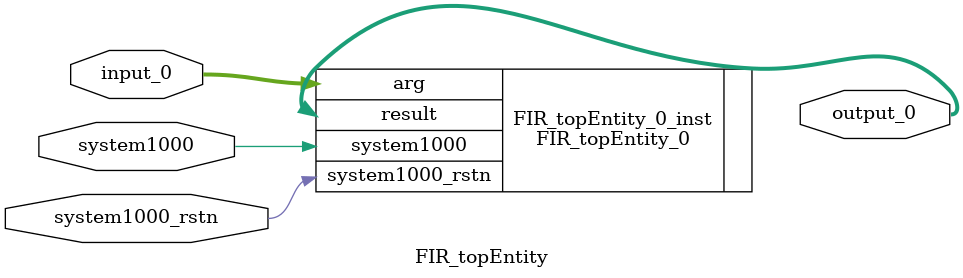
<source format=v>
module FIR_topEntity(input_0
                    ,// clock
                    system1000
                    ,// asynchronous reset: active low
                    system1000_rstn
                    ,output_0);
  input signed [15:0] input_0;
  input system1000;
  input system1000_rstn;
  output signed [15:0] output_0;
  FIR_topEntity_0 FIR_topEntity_0_inst
  (.arg (input_0)
  ,.system1000 (system1000)
  ,.system1000_rstn (system1000_rstn)
  ,.result (output_0));
endmodule

</source>
